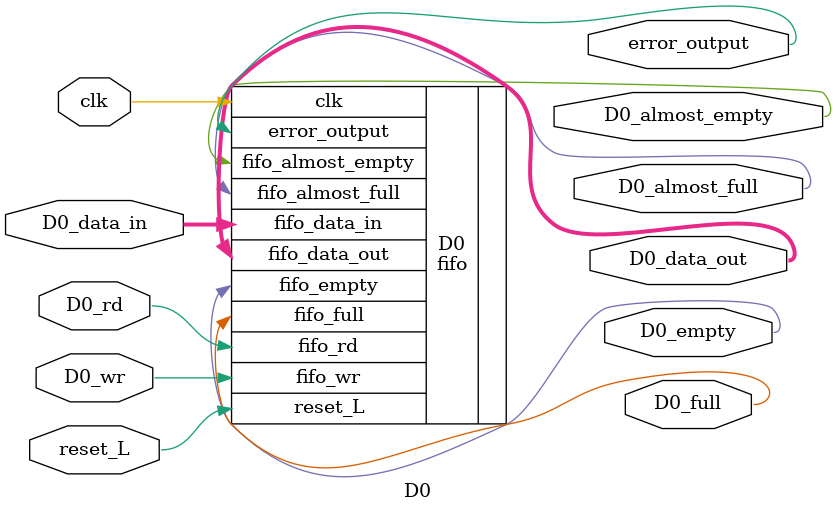
<source format=v>
`include "fifo.v"
module D0 #(
parameter		BW4=4,	// Byte/data width
parameter [3:0]	LEN=6,
parameter TOL = 1)
    (
	input				clk, reset_L,
	input				D0_wr,
	input	 [(BW4-1):0]	D0_data_in,
	input				D0_rd,
	output	[(BW4-1):0]	D0_data_out,
	output  			error_output,
	output   				D0_full,
	output   				D0_empty,
	output   				D0_almost_full,
	output   				D0_almost_empty);

fifo #(.BW(BW4), .LEN(LEN), .TOL(TOL)) D0  (
	 // Outputs
	 .fifo_data_out			(D0_data_out[(BW4-1):0]),
	 .error_output			(error_output),
	 .fifo_full			(D0_full),
	 .fifo_empty			(D0_empty),
	 .fifo_almost_full		(D0_almost_full),
	 .fifo_almost_empty		(D0_almost_empty),
	 // Inputs
	 .clk				(clk),
	 .reset_L			(reset_L),
	 .fifo_wr			(D0_wr),
	 .fifo_data_in			(D0_data_in[(BW4-1):0]),
	 .fifo_rd			(D0_rd)) ;

endmodule

</source>
